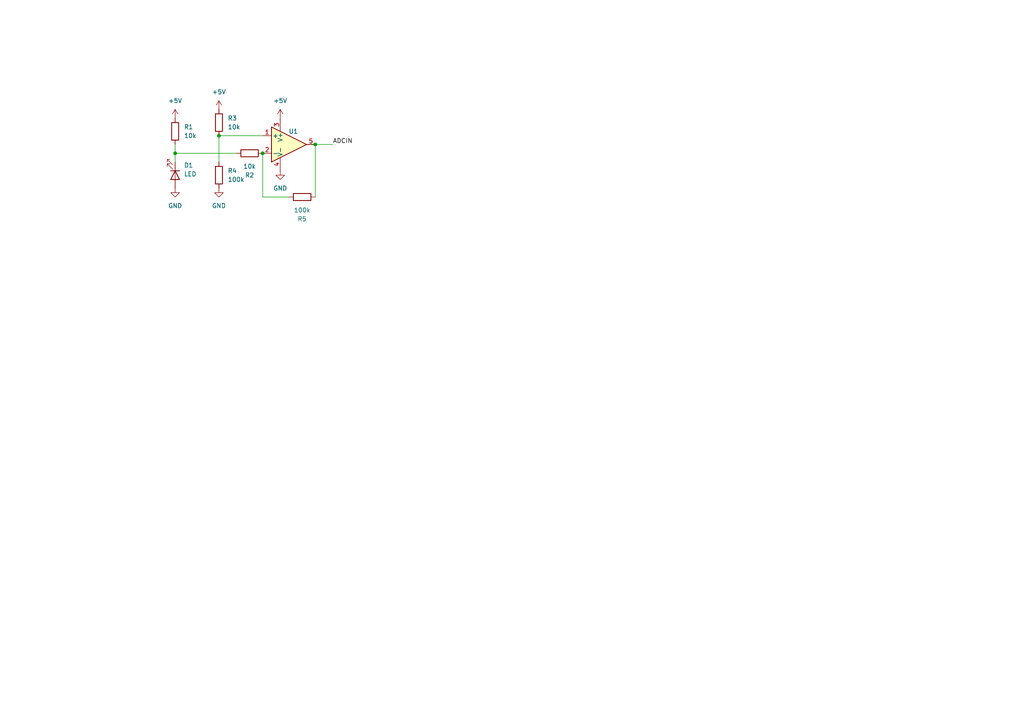
<source format=kicad_sch>
(kicad_sch (version 20230121) (generator eeschema)
  (paper "A4")
  (title_block (title "pmtd-1 t2") (date "2024-01-25") (company "fm-elpac") (comment 1 "红外 LED 接收电路"))
  (lib_symbols
    (symbol "Device:LED" (pin_numbers hide) (pin_names (offset 1.016) hide)
      (property "Reference" "D" (at 0 2.54 0))
      (property "Value" "LED" (at 0 -2.54 0))
      (symbol "LED_0_1"
        (polyline (pts (xy -1.27 -1.27) (xy -1.27 1.27)) (stroke (width 0.254)))
        (polyline (pts (xy -1.27 0) (xy 1.27 0)))
        (polyline (pts (xy 1.27 -1.27) (xy 1.27 1.27) (xy -1.27 0) (xy 1.27 -1.27)) (stroke (width 0.254)))
        (polyline (pts (xy -3.048 -0.762) (xy -4.572 -2.286) (xy -3.81 -2.286) (xy -4.572 -2.286) (xy -4.572 -1.524)))
        (polyline (pts (xy -1.778 -0.762) (xy -3.302 -2.286) (xy -2.54 -2.286) (xy -3.302 -2.286) (xy -3.302 -1.524)))
      )
      (symbol "LED_1_1"
        (pin passive line (at -3.81 0 0) (length 2.54) (name "K") (number "1"))
        (pin passive line (at 3.81 0 180) (length 2.54) (name "A") (number "2"))
      )
    )
    (symbol "Device:R" (pin_numbers hide) (pin_names (offset 0))
      (property "Reference" "R" (at 2.032 0 90))
      (property "Value" "R" (at 0 0 90))
      (symbol "R_0_1"
        (rectangle (start -1.016 -2.54) (end 1.016 2.54) (stroke (width 0.254)))
      )
      (symbol "R_1_1"
        (pin passive line (at 0 3.81 270) (length 1.27) (name "~") (number "1"))
        (pin passive line (at 0 -3.81 90) (length 1.27) (name "~") (number "2"))
      )
    )
    (symbol "Simulation_SPICE:OPAMP" (pin_names (offset 0.254))
      (property "Reference" "U" (at 3.81 3.175 0))
      (property "Value" "${SIM.PARAMS}" (at 3.81 -3.175 0))
      (symbol "OPAMP_0_1"
        (polyline (pts (xy 5.08 0) (xy -5.08 5.08) (xy -5.08 -5.08) (xy 5.08 0)) (stroke (width 0.254)) (fill (type background)))
      )
      (symbol "OPAMP_1_1"
        (pin input line (at -7.62 2.54 0) (length 2.54) (name "+") (number "1"))
        (pin input line (at -7.62 -2.54 0) (length 2.54) (name "-") (number "2"))
        (pin power_in line (at -2.54 7.62 270) (length 3.81) (name "V+") (number "3"))
        (pin power_in line (at -2.54 -7.62 90) (length 3.81) (name "V-") (number "4"))
        (pin output line (at 7.62 0 180) (length 2.54) (name "~") (number "5"))
      )
    )
    (symbol "power:+5V" (power) (pin_names (offset 0))
      (property "Value" "+5V" (at 0 3.556 0))
      (symbol "+5V_0_1"
        (polyline (pts (xy -0.762 1.27) (xy 0 2.54)))
        (polyline (pts (xy 0 0) (xy 0 2.54)))
        (polyline (pts (xy 0 2.54) (xy 0.762 1.27)))
      )
      (symbol "+5V_1_1"
        (pin power_in line (at 0 0 90) (length 0) hide (name "+5V") (number "1"))
      )
    )
    (symbol "power:GND" (power) (pin_names (offset 0))
      (property "Value" "GND" (at 0 -3.81 0))
      (symbol "GND_0_1"
        (polyline (pts (xy 0 0) (xy 0 -1.27) (xy 1.27 -1.27) (xy 0 -2.54) (xy -1.27 -1.27) (xy 0 -1.27)))
      )
      (symbol "GND_1_1"
        (pin power_in line (at 0 0 270) (length 0) hide (name "GND") (number "1"))
      )
    )
  )
  (junction (at 91.44 41.91))
  (junction (at 50.8 44.45))
  (junction (at 76.2 44.45))
  (junction (at 63.5 39.37))
  (wire (pts (xy 63.5 39.37) (xy 76.2 39.37)))
  (wire (pts (xy 76.2 57.15) (xy 83.82 57.15)))
  (wire (pts (xy 50.8 44.45) (xy 68.58 44.45)))
  (wire (pts (xy 50.8 44.45) (xy 50.8 46.99)))
  (wire (pts (xy 91.44 41.91) (xy 96.52 41.91)))
  (wire (pts (xy 63.5 39.37) (xy 63.5 46.99)))
  (wire (pts (xy 76.2 44.45) (xy 76.2 57.15)))
  (wire (pts (xy 50.8 41.91) (xy 50.8 44.45)))
  (wire (pts (xy 91.44 41.91) (xy 91.44 57.15)))
  (label "ADCIN" (at 96.52 41.91 0))
  (symbol (lib_id "Device:R") (at 63.5 35.56 0) (unit 1)
    (property "Reference" "R3" (at 66.04 34.29 0) (effects (justify left)))
    (property "Value" "10k" (at 66.04 36.83 0) (effects (justify left)))
  )
  (symbol (lib_id "Device:LED") (at 50.8 50.8 270) (unit 1)
    (property "Reference" "D1" (at 53.34 47.9425 90) (effects (justify left)))
    (property "Value" "LED" (at 53.34 50.4825 90) (effects (justify left)))
  )
  (symbol (lib_id "Simulation_SPICE:OPAMP") (at 83.82 41.91 0) (unit 1)
    (property "Reference" "U1" (at 85.09 38.1 0))
    (property "Value" "${SIM.PARAMS}" (at 90.17 35.56 0))
    (property "Sim.Pins" "1=in+ 2=in- 3=vcc 4=vee 5=out" (effects hide))
    (property "Sim.Device" "SUBCKT" (effects hide))
    (property "Sim.Library" "${KICAD7_SYMBOL_DIR}/Simulation_SPICE.sp" (effects hide))
    (property "Sim.Name" "kicad_builtin_opamp" (effects hide))
  )
  (symbol (lib_id "Device:R") (at 63.5 50.8 0) (unit 1)
    (property "Reference" "R4" (at 66.04 49.53 0) (effects (justify left)))
    (property "Value" "100k" (at 66.04 52.07 0) (effects (justify left)))
  )
  (symbol (lib_id "Device:R") (at 72.39 44.45 270) (mirror x) (unit 1)
    (property "Reference" "R2" (at 72.39 50.8 90))
    (property "Value" "10k" (at 72.39 48.26 90))
  )
  (symbol (lib_id "power:+5V") (at 81.28 34.29 0) (unit 1)
    (property "Reference" "#PWR04" (effects hide))
    (property "Value" "+5V" (at 81.28 29.21 0))
  )
  (symbol (lib_id "Device:R") (at 87.63 57.15 90) (unit 1)
    (property "Reference" "R5" (at 87.63 63.5 90))
    (property "Value" "100k" (at 87.63 60.96 90))
  )
  (symbol (lib_id "Device:R") (at 50.8 38.1 0) (unit 1)
    (property "Reference" "R1" (at 53.34 36.83 0) (effects (justify left)))
    (property "Value" "10k" (at 53.34 39.37 0) (effects (justify left)))
  )
  (symbol (lib_id "power:+5V") (at 63.5 31.75 0) (unit 1)
    (property "Reference" "#PWR06" (effects hide))
    (property "Value" "+5V" (at 63.5 26.67 0))
  )
  (symbol (lib_id "power:GND") (at 81.28 49.53 0) (unit 1)
    (property "Reference" "#PWR03" (effects hide))
    (property "Value" "GND" (at 81.28 54.61 0))
  )
  (symbol (lib_id "power:GND") (at 50.8 54.61 0) (unit 1)
    (property "Reference" "#PWR01" (effects hide))
    (property "Value" "GND" (at 50.8 59.69 0))
  )
  (symbol (lib_id "power:+5V") (at 50.8 34.29 0) (unit 1)
    (property "Reference" "#PWR02" (effects hide))
    (property "Value" "+5V" (at 50.8 29.21 0))
  )
  (symbol (lib_id "power:GND") (at 63.5 54.61 0) (unit 1)
    (property "Reference" "#PWR05" (effects hide))
    (property "Value" "GND" (at 63.5 59.69 0))
  )
)
</source>
